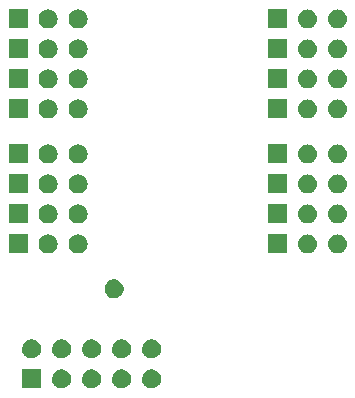
<source format=gbr>
G04 #@! TF.FileFunction,Soldermask,Bot*
%FSLAX46Y46*%
G04 Gerber Fmt 4.6, Leading zero omitted, Abs format (unit mm)*
G04 Created by KiCad (PCBNEW 4.0.2-stable) date Monday, September 10, 2018 'AMt' 09:19:22 AM*
%MOMM*%
G01*
G04 APERTURE LIST*
%ADD10C,0.025400*%
G04 APERTURE END LIST*
D10*
G36*
X135974153Y-123659333D02*
X136128068Y-123690927D01*
X136272914Y-123751815D01*
X136403175Y-123839677D01*
X136513892Y-123951170D01*
X136557366Y-124016604D01*
X136600841Y-124082039D01*
X136660716Y-124227307D01*
X136691235Y-124381438D01*
X136688729Y-124560903D01*
X136688709Y-124560991D01*
X136688709Y-124560993D01*
X136653919Y-124714120D01*
X136590011Y-124857660D01*
X136590010Y-124857661D01*
X136499439Y-124986054D01*
X136499437Y-124986056D01*
X136385655Y-125094409D01*
X136252994Y-125178599D01*
X136252990Y-125178600D01*
X136252991Y-125178600D01*
X136131628Y-125225674D01*
X136106498Y-125235421D01*
X135951765Y-125262705D01*
X135800993Y-125259546D01*
X135794676Y-125259414D01*
X135641218Y-125225674D01*
X135569227Y-125194222D01*
X135497237Y-125162770D01*
X135497235Y-125162769D01*
X135368214Y-125073097D01*
X135259066Y-124960072D01*
X135173951Y-124827999D01*
X135173950Y-124827998D01*
X135116110Y-124681909D01*
X135087746Y-124527370D01*
X135088860Y-124447651D01*
X135089940Y-124370259D01*
X135089941Y-124370254D01*
X135122606Y-124216571D01*
X135184505Y-124072152D01*
X135273274Y-123942508D01*
X135273275Y-123942506D01*
X135385536Y-123832573D01*
X135385537Y-123832572D01*
X135517013Y-123746537D01*
X135662691Y-123687679D01*
X135662690Y-123687679D01*
X135662693Y-123687678D01*
X135817034Y-123658236D01*
X135974153Y-123659333D01*
X135974153Y-123659333D01*
G37*
G36*
X138514153Y-123659333D02*
X138668068Y-123690927D01*
X138812914Y-123751815D01*
X138943175Y-123839677D01*
X139053892Y-123951170D01*
X139097366Y-124016604D01*
X139140841Y-124082039D01*
X139200716Y-124227307D01*
X139231235Y-124381438D01*
X139228729Y-124560903D01*
X139228709Y-124560991D01*
X139228709Y-124560993D01*
X139193919Y-124714120D01*
X139130011Y-124857660D01*
X139130010Y-124857661D01*
X139039439Y-124986054D01*
X139039437Y-124986056D01*
X138925655Y-125094409D01*
X138792994Y-125178599D01*
X138792990Y-125178600D01*
X138792991Y-125178600D01*
X138671628Y-125225674D01*
X138646498Y-125235421D01*
X138491765Y-125262705D01*
X138340993Y-125259546D01*
X138334676Y-125259414D01*
X138181218Y-125225674D01*
X138109227Y-125194222D01*
X138037237Y-125162770D01*
X138037235Y-125162769D01*
X137908214Y-125073097D01*
X137799066Y-124960072D01*
X137713951Y-124827999D01*
X137713950Y-124827998D01*
X137656110Y-124681909D01*
X137627746Y-124527370D01*
X137628860Y-124447651D01*
X137629940Y-124370259D01*
X137629941Y-124370254D01*
X137662606Y-124216571D01*
X137724505Y-124072152D01*
X137813274Y-123942508D01*
X137813275Y-123942506D01*
X137925536Y-123832573D01*
X137925537Y-123832572D01*
X138057013Y-123746537D01*
X138202691Y-123687679D01*
X138202690Y-123687679D01*
X138202693Y-123687678D01*
X138357034Y-123658236D01*
X138514153Y-123659333D01*
X138514153Y-123659333D01*
G37*
G36*
X141054153Y-123659333D02*
X141208068Y-123690927D01*
X141352914Y-123751815D01*
X141483175Y-123839677D01*
X141593892Y-123951170D01*
X141637366Y-124016604D01*
X141680841Y-124082039D01*
X141740716Y-124227307D01*
X141771235Y-124381438D01*
X141768729Y-124560903D01*
X141768709Y-124560991D01*
X141768709Y-124560993D01*
X141733919Y-124714120D01*
X141670011Y-124857660D01*
X141670010Y-124857661D01*
X141579439Y-124986054D01*
X141579437Y-124986056D01*
X141465655Y-125094409D01*
X141332994Y-125178599D01*
X141332990Y-125178600D01*
X141332991Y-125178600D01*
X141211628Y-125225674D01*
X141186498Y-125235421D01*
X141031765Y-125262705D01*
X140880993Y-125259546D01*
X140874676Y-125259414D01*
X140721218Y-125225674D01*
X140649227Y-125194222D01*
X140577237Y-125162770D01*
X140577235Y-125162769D01*
X140448214Y-125073097D01*
X140339066Y-124960072D01*
X140253951Y-124827999D01*
X140253950Y-124827998D01*
X140196110Y-124681909D01*
X140167746Y-124527370D01*
X140168860Y-124447651D01*
X140169940Y-124370259D01*
X140169941Y-124370254D01*
X140202606Y-124216571D01*
X140264505Y-124072152D01*
X140353274Y-123942508D01*
X140353275Y-123942506D01*
X140465536Y-123832573D01*
X140465537Y-123832572D01*
X140597013Y-123746537D01*
X140742691Y-123687679D01*
X140742690Y-123687679D01*
X140742693Y-123687678D01*
X140897034Y-123658236D01*
X141054153Y-123659333D01*
X141054153Y-123659333D01*
G37*
G36*
X143594153Y-123659333D02*
X143748068Y-123690927D01*
X143892914Y-123751815D01*
X144023175Y-123839677D01*
X144133892Y-123951170D01*
X144177366Y-124016604D01*
X144220841Y-124082039D01*
X144280716Y-124227307D01*
X144311235Y-124381438D01*
X144308729Y-124560903D01*
X144308709Y-124560991D01*
X144308709Y-124560993D01*
X144273919Y-124714120D01*
X144210011Y-124857660D01*
X144210010Y-124857661D01*
X144119439Y-124986054D01*
X144119437Y-124986056D01*
X144005655Y-125094409D01*
X143872994Y-125178599D01*
X143872990Y-125178600D01*
X143872991Y-125178600D01*
X143751628Y-125225674D01*
X143726498Y-125235421D01*
X143571765Y-125262705D01*
X143420993Y-125259546D01*
X143414676Y-125259414D01*
X143261218Y-125225674D01*
X143189227Y-125194222D01*
X143117237Y-125162770D01*
X143117235Y-125162769D01*
X142988214Y-125073097D01*
X142879066Y-124960072D01*
X142793951Y-124827999D01*
X142793950Y-124827998D01*
X142736110Y-124681909D01*
X142707746Y-124527370D01*
X142708860Y-124447651D01*
X142709940Y-124370259D01*
X142709941Y-124370254D01*
X142742606Y-124216571D01*
X142804505Y-124072152D01*
X142893274Y-123942508D01*
X142893275Y-123942506D01*
X143005536Y-123832573D01*
X143005537Y-123832572D01*
X143137013Y-123746537D01*
X143282691Y-123687679D01*
X143282690Y-123687679D01*
X143282693Y-123687678D01*
X143437034Y-123658236D01*
X143594153Y-123659333D01*
X143594153Y-123659333D01*
G37*
G36*
X134151200Y-125261200D02*
X132548800Y-125261200D01*
X132548800Y-123658800D01*
X134151200Y-123658800D01*
X134151200Y-125261200D01*
X134151200Y-125261200D01*
G37*
G36*
X133434153Y-121119333D02*
X133588068Y-121150927D01*
X133725656Y-121208764D01*
X133732914Y-121211815D01*
X133863175Y-121299677D01*
X133973892Y-121411170D01*
X134017366Y-121476604D01*
X134060841Y-121542039D01*
X134120716Y-121687307D01*
X134151235Y-121841438D01*
X134148729Y-122020903D01*
X134148709Y-122020991D01*
X134148709Y-122020993D01*
X134113919Y-122174120D01*
X134050011Y-122317660D01*
X134050010Y-122317661D01*
X133959439Y-122446054D01*
X133959437Y-122446056D01*
X133845655Y-122554409D01*
X133712994Y-122638599D01*
X133712990Y-122638600D01*
X133712991Y-122638600D01*
X133572738Y-122693001D01*
X133566498Y-122695421D01*
X133411765Y-122722705D01*
X133260993Y-122719546D01*
X133254676Y-122719414D01*
X133101218Y-122685674D01*
X133029227Y-122654222D01*
X132957237Y-122622770D01*
X132957235Y-122622769D01*
X132828214Y-122533097D01*
X132719066Y-122420072D01*
X132633951Y-122287999D01*
X132633950Y-122287998D01*
X132576110Y-122141909D01*
X132547746Y-121987370D01*
X132549781Y-121841683D01*
X132549940Y-121830259D01*
X132549941Y-121830254D01*
X132582606Y-121676571D01*
X132644505Y-121532152D01*
X132685381Y-121472454D01*
X132733275Y-121402506D01*
X132845536Y-121292573D01*
X132845537Y-121292572D01*
X132968947Y-121211815D01*
X132977011Y-121206538D01*
X133122693Y-121147678D01*
X133277034Y-121118236D01*
X133434153Y-121119333D01*
X133434153Y-121119333D01*
G37*
G36*
X135974153Y-121119333D02*
X136128068Y-121150927D01*
X136265656Y-121208764D01*
X136272914Y-121211815D01*
X136403175Y-121299677D01*
X136513892Y-121411170D01*
X136557366Y-121476604D01*
X136600841Y-121542039D01*
X136660716Y-121687307D01*
X136691235Y-121841438D01*
X136688729Y-122020903D01*
X136688709Y-122020991D01*
X136688709Y-122020993D01*
X136653919Y-122174120D01*
X136590011Y-122317660D01*
X136590010Y-122317661D01*
X136499439Y-122446054D01*
X136499437Y-122446056D01*
X136385655Y-122554409D01*
X136252994Y-122638599D01*
X136252990Y-122638600D01*
X136252991Y-122638600D01*
X136112738Y-122693001D01*
X136106498Y-122695421D01*
X135951765Y-122722705D01*
X135800993Y-122719546D01*
X135794676Y-122719414D01*
X135641218Y-122685674D01*
X135569227Y-122654222D01*
X135497237Y-122622770D01*
X135497235Y-122622769D01*
X135368214Y-122533097D01*
X135259066Y-122420072D01*
X135173951Y-122287999D01*
X135173950Y-122287998D01*
X135116110Y-122141909D01*
X135087746Y-121987370D01*
X135089781Y-121841683D01*
X135089940Y-121830259D01*
X135089941Y-121830254D01*
X135122606Y-121676571D01*
X135184505Y-121532152D01*
X135225381Y-121472454D01*
X135273275Y-121402506D01*
X135385536Y-121292573D01*
X135385537Y-121292572D01*
X135508947Y-121211815D01*
X135517011Y-121206538D01*
X135662693Y-121147678D01*
X135817034Y-121118236D01*
X135974153Y-121119333D01*
X135974153Y-121119333D01*
G37*
G36*
X141054153Y-121119333D02*
X141208068Y-121150927D01*
X141345656Y-121208764D01*
X141352914Y-121211815D01*
X141483175Y-121299677D01*
X141593892Y-121411170D01*
X141637366Y-121476604D01*
X141680841Y-121542039D01*
X141740716Y-121687307D01*
X141771235Y-121841438D01*
X141768729Y-122020903D01*
X141768709Y-122020991D01*
X141768709Y-122020993D01*
X141733919Y-122174120D01*
X141670011Y-122317660D01*
X141670010Y-122317661D01*
X141579439Y-122446054D01*
X141579437Y-122446056D01*
X141465655Y-122554409D01*
X141332994Y-122638599D01*
X141332990Y-122638600D01*
X141332991Y-122638600D01*
X141192738Y-122693001D01*
X141186498Y-122695421D01*
X141031765Y-122722705D01*
X140880993Y-122719546D01*
X140874676Y-122719414D01*
X140721218Y-122685674D01*
X140649227Y-122654222D01*
X140577237Y-122622770D01*
X140577235Y-122622769D01*
X140448214Y-122533097D01*
X140339066Y-122420072D01*
X140253951Y-122287999D01*
X140253950Y-122287998D01*
X140196110Y-122141909D01*
X140167746Y-121987370D01*
X140169781Y-121841683D01*
X140169940Y-121830259D01*
X140169941Y-121830254D01*
X140202606Y-121676571D01*
X140264505Y-121532152D01*
X140305381Y-121472454D01*
X140353275Y-121402506D01*
X140465536Y-121292573D01*
X140465537Y-121292572D01*
X140588947Y-121211815D01*
X140597011Y-121206538D01*
X140742693Y-121147678D01*
X140897034Y-121118236D01*
X141054153Y-121119333D01*
X141054153Y-121119333D01*
G37*
G36*
X143594153Y-121119333D02*
X143748068Y-121150927D01*
X143885656Y-121208764D01*
X143892914Y-121211815D01*
X144023175Y-121299677D01*
X144133892Y-121411170D01*
X144177366Y-121476604D01*
X144220841Y-121542039D01*
X144280716Y-121687307D01*
X144311235Y-121841438D01*
X144308729Y-122020903D01*
X144308709Y-122020991D01*
X144308709Y-122020993D01*
X144273919Y-122174120D01*
X144210011Y-122317660D01*
X144210010Y-122317661D01*
X144119439Y-122446054D01*
X144119437Y-122446056D01*
X144005655Y-122554409D01*
X143872994Y-122638599D01*
X143872990Y-122638600D01*
X143872991Y-122638600D01*
X143732738Y-122693001D01*
X143726498Y-122695421D01*
X143571765Y-122722705D01*
X143420993Y-122719546D01*
X143414676Y-122719414D01*
X143261218Y-122685674D01*
X143189227Y-122654222D01*
X143117237Y-122622770D01*
X143117235Y-122622769D01*
X142988214Y-122533097D01*
X142879066Y-122420072D01*
X142793951Y-122287999D01*
X142793950Y-122287998D01*
X142736110Y-122141909D01*
X142707746Y-121987370D01*
X142709781Y-121841683D01*
X142709940Y-121830259D01*
X142709941Y-121830254D01*
X142742606Y-121676571D01*
X142804505Y-121532152D01*
X142845381Y-121472454D01*
X142893275Y-121402506D01*
X143005536Y-121292573D01*
X143005537Y-121292572D01*
X143128947Y-121211815D01*
X143137011Y-121206538D01*
X143282693Y-121147678D01*
X143437034Y-121118236D01*
X143594153Y-121119333D01*
X143594153Y-121119333D01*
G37*
G36*
X138436122Y-121121289D02*
X138513890Y-121121831D01*
X138590608Y-121137580D01*
X138667325Y-121153327D01*
X138811719Y-121214025D01*
X138941574Y-121301613D01*
X139051943Y-121412755D01*
X139138623Y-121543219D01*
X139198311Y-121688033D01*
X139228735Y-121841683D01*
X139226237Y-122020588D01*
X139226217Y-122020676D01*
X139226217Y-122020678D01*
X139226145Y-122020993D01*
X139191535Y-122173329D01*
X139161527Y-122240728D01*
X139127827Y-122316420D01*
X139071011Y-122396962D01*
X139037538Y-122444413D01*
X139037536Y-122444415D01*
X138924109Y-122552430D01*
X138862641Y-122591438D01*
X138791859Y-122636358D01*
X138645826Y-122693001D01*
X138491572Y-122720200D01*
X138491571Y-122720200D01*
X138334975Y-122716920D01*
X138237193Y-122695421D01*
X138181994Y-122683285D01*
X138038461Y-122620577D01*
X137909842Y-122531184D01*
X137909841Y-122531183D01*
X137801034Y-122418511D01*
X137716185Y-122286850D01*
X137658524Y-122141216D01*
X137630249Y-121987160D01*
X137632437Y-121830535D01*
X137665002Y-121677330D01*
X137726706Y-121533362D01*
X137815198Y-121404123D01*
X137927111Y-121294529D01*
X138058175Y-121208764D01*
X138203403Y-121150088D01*
X138357261Y-121120738D01*
X138436122Y-121121289D01*
X138436122Y-121121289D01*
G37*
G36*
X140419153Y-116039333D02*
X140573068Y-116070927D01*
X140717914Y-116131815D01*
X140848175Y-116219677D01*
X140958892Y-116331170D01*
X141002366Y-116396604D01*
X141045841Y-116462039D01*
X141105716Y-116607307D01*
X141136235Y-116761438D01*
X141133729Y-116940903D01*
X141133709Y-116940991D01*
X141133709Y-116940993D01*
X141098919Y-117094120D01*
X141035011Y-117237660D01*
X141035010Y-117237661D01*
X140944439Y-117366054D01*
X140944437Y-117366056D01*
X140830655Y-117474409D01*
X140697994Y-117558599D01*
X140697990Y-117558600D01*
X140697991Y-117558600D01*
X140576628Y-117605674D01*
X140551498Y-117615421D01*
X140396765Y-117642705D01*
X140245993Y-117639546D01*
X140239676Y-117639414D01*
X140086218Y-117605674D01*
X140014226Y-117574221D01*
X139942237Y-117542770D01*
X139942235Y-117542769D01*
X139813214Y-117453097D01*
X139704066Y-117340072D01*
X139618951Y-117207999D01*
X139618950Y-117207998D01*
X139561110Y-117061909D01*
X139532746Y-116907370D01*
X139533860Y-116827651D01*
X139534940Y-116750259D01*
X139534941Y-116750254D01*
X139567606Y-116596571D01*
X139629505Y-116452152D01*
X139718274Y-116322508D01*
X139718275Y-116322506D01*
X139830536Y-116212573D01*
X139830537Y-116212572D01*
X139962013Y-116126537D01*
X140107691Y-116067679D01*
X140107690Y-116067679D01*
X140107693Y-116067678D01*
X140262034Y-116038236D01*
X140419153Y-116039333D01*
X140419153Y-116039333D01*
G37*
G36*
X159325917Y-112231493D02*
X159419104Y-112241287D01*
X159568477Y-112287526D01*
X159706025Y-112361898D01*
X159826508Y-112461570D01*
X159925336Y-112582746D01*
X159998746Y-112720809D01*
X160043941Y-112870502D01*
X160059200Y-113026123D01*
X160059200Y-113033877D01*
X160059122Y-113045063D01*
X160041692Y-113200456D01*
X159994411Y-113349503D01*
X159919081Y-113486529D01*
X159818570Y-113606313D01*
X159696708Y-113704293D01*
X159558135Y-113776737D01*
X159408130Y-113820886D01*
X159408122Y-113820887D01*
X159408121Y-113820887D01*
X159346043Y-113826536D01*
X159252407Y-113835057D01*
X159252404Y-113835057D01*
X159190083Y-113828507D01*
X159096896Y-113818713D01*
X158947523Y-113772474D01*
X158809975Y-113698102D01*
X158689492Y-113598430D01*
X158590664Y-113477254D01*
X158517254Y-113339191D01*
X158472059Y-113189498D01*
X158456800Y-113033877D01*
X158456800Y-113026123D01*
X158456878Y-113014937D01*
X158474308Y-112859544D01*
X158521589Y-112710497D01*
X158596919Y-112573471D01*
X158697430Y-112453687D01*
X158819292Y-112355707D01*
X158957865Y-112283263D01*
X159107870Y-112239114D01*
X159107878Y-112239113D01*
X159107879Y-112239113D01*
X159169957Y-112233464D01*
X159263594Y-112224943D01*
X159263596Y-112224943D01*
X159325917Y-112231493D01*
X159325917Y-112231493D01*
G37*
G36*
X156785917Y-112231493D02*
X156879104Y-112241287D01*
X157028477Y-112287526D01*
X157166025Y-112361898D01*
X157286508Y-112461570D01*
X157385336Y-112582746D01*
X157458746Y-112720809D01*
X157503941Y-112870502D01*
X157519200Y-113026123D01*
X157519200Y-113033877D01*
X157519122Y-113045063D01*
X157501692Y-113200456D01*
X157454411Y-113349503D01*
X157379081Y-113486529D01*
X157278570Y-113606313D01*
X157156708Y-113704293D01*
X157018135Y-113776737D01*
X156868130Y-113820886D01*
X156868122Y-113820887D01*
X156868121Y-113820887D01*
X156806043Y-113826536D01*
X156712407Y-113835057D01*
X156712404Y-113835057D01*
X156650083Y-113828507D01*
X156556896Y-113818713D01*
X156407523Y-113772474D01*
X156269975Y-113698102D01*
X156149492Y-113598430D01*
X156050664Y-113477254D01*
X155977254Y-113339191D01*
X155932059Y-113189498D01*
X155916800Y-113033877D01*
X155916800Y-113026123D01*
X155916878Y-113014937D01*
X155934308Y-112859544D01*
X155981589Y-112710497D01*
X156056919Y-112573471D01*
X156157430Y-112453687D01*
X156279292Y-112355707D01*
X156417865Y-112283263D01*
X156567870Y-112239114D01*
X156567878Y-112239113D01*
X156567879Y-112239113D01*
X156629957Y-112233464D01*
X156723594Y-112224943D01*
X156723596Y-112224943D01*
X156785917Y-112231493D01*
X156785917Y-112231493D01*
G37*
G36*
X137354917Y-112231493D02*
X137448104Y-112241287D01*
X137597477Y-112287526D01*
X137735025Y-112361898D01*
X137855508Y-112461570D01*
X137954336Y-112582746D01*
X138027746Y-112720809D01*
X138072941Y-112870502D01*
X138088200Y-113026123D01*
X138088200Y-113033877D01*
X138088122Y-113045063D01*
X138070692Y-113200456D01*
X138023411Y-113349503D01*
X137948081Y-113486529D01*
X137847570Y-113606313D01*
X137725708Y-113704293D01*
X137587135Y-113776737D01*
X137437130Y-113820886D01*
X137437122Y-113820887D01*
X137437121Y-113820887D01*
X137375043Y-113826536D01*
X137281407Y-113835057D01*
X137281404Y-113835057D01*
X137219083Y-113828507D01*
X137125896Y-113818713D01*
X136976523Y-113772474D01*
X136838975Y-113698102D01*
X136718492Y-113598430D01*
X136619664Y-113477254D01*
X136546254Y-113339191D01*
X136501059Y-113189498D01*
X136485800Y-113033877D01*
X136485800Y-113026123D01*
X136485878Y-113014937D01*
X136503308Y-112859544D01*
X136550589Y-112710497D01*
X136625919Y-112573471D01*
X136726430Y-112453687D01*
X136848292Y-112355707D01*
X136986865Y-112283263D01*
X137136870Y-112239114D01*
X137136878Y-112239113D01*
X137136879Y-112239113D01*
X137198957Y-112233464D01*
X137292594Y-112224943D01*
X137292596Y-112224943D01*
X137354917Y-112231493D01*
X137354917Y-112231493D01*
G37*
G36*
X134814917Y-112231493D02*
X134908104Y-112241287D01*
X135057477Y-112287526D01*
X135195025Y-112361898D01*
X135315508Y-112461570D01*
X135414336Y-112582746D01*
X135487746Y-112720809D01*
X135532941Y-112870502D01*
X135548200Y-113026123D01*
X135548200Y-113033877D01*
X135548122Y-113045063D01*
X135530692Y-113200456D01*
X135483411Y-113349503D01*
X135408081Y-113486529D01*
X135307570Y-113606313D01*
X135185708Y-113704293D01*
X135047135Y-113776737D01*
X134897130Y-113820886D01*
X134897122Y-113820887D01*
X134897121Y-113820887D01*
X134835043Y-113826536D01*
X134741407Y-113835057D01*
X134741404Y-113835057D01*
X134679083Y-113828507D01*
X134585896Y-113818713D01*
X134436523Y-113772474D01*
X134298975Y-113698102D01*
X134178492Y-113598430D01*
X134079664Y-113477254D01*
X134006254Y-113339191D01*
X133961059Y-113189498D01*
X133945800Y-113033877D01*
X133945800Y-113026123D01*
X133945878Y-113014937D01*
X133963308Y-112859544D01*
X134010589Y-112710497D01*
X134085919Y-112573471D01*
X134186430Y-112453687D01*
X134308292Y-112355707D01*
X134446865Y-112283263D01*
X134596870Y-112239114D01*
X134596878Y-112239113D01*
X134596879Y-112239113D01*
X134658957Y-112233464D01*
X134752594Y-112224943D01*
X134752596Y-112224943D01*
X134814917Y-112231493D01*
X134814917Y-112231493D01*
G37*
G36*
X154979200Y-113831200D02*
X153376800Y-113831200D01*
X153376800Y-112228800D01*
X154979200Y-112228800D01*
X154979200Y-113831200D01*
X154979200Y-113831200D01*
G37*
G36*
X133008200Y-113831200D02*
X131405800Y-113831200D01*
X131405800Y-112228800D01*
X133008200Y-112228800D01*
X133008200Y-113831200D01*
X133008200Y-113831200D01*
G37*
G36*
X137354917Y-109691493D02*
X137448104Y-109701287D01*
X137597477Y-109747526D01*
X137735025Y-109821898D01*
X137855508Y-109921570D01*
X137954336Y-110042746D01*
X138027746Y-110180809D01*
X138072941Y-110330502D01*
X138088200Y-110486123D01*
X138088200Y-110493877D01*
X138088122Y-110505063D01*
X138070692Y-110660456D01*
X138023411Y-110809503D01*
X137948081Y-110946529D01*
X137847570Y-111066313D01*
X137725708Y-111164293D01*
X137587135Y-111236737D01*
X137437130Y-111280886D01*
X137437122Y-111280887D01*
X137437121Y-111280887D01*
X137375043Y-111286536D01*
X137281407Y-111295057D01*
X137281404Y-111295057D01*
X137219083Y-111288507D01*
X137125896Y-111278713D01*
X136976523Y-111232474D01*
X136838975Y-111158102D01*
X136718492Y-111058430D01*
X136619664Y-110937254D01*
X136546254Y-110799191D01*
X136501059Y-110649498D01*
X136485800Y-110493877D01*
X136485800Y-110486123D01*
X136485878Y-110474937D01*
X136503308Y-110319544D01*
X136550589Y-110170497D01*
X136625919Y-110033471D01*
X136726430Y-109913687D01*
X136848292Y-109815707D01*
X136986865Y-109743263D01*
X137136870Y-109699114D01*
X137136878Y-109699113D01*
X137136879Y-109699113D01*
X137198957Y-109693464D01*
X137292594Y-109684943D01*
X137292596Y-109684943D01*
X137354917Y-109691493D01*
X137354917Y-109691493D01*
G37*
G36*
X134814917Y-109691493D02*
X134908104Y-109701287D01*
X135057477Y-109747526D01*
X135195025Y-109821898D01*
X135315508Y-109921570D01*
X135414336Y-110042746D01*
X135487746Y-110180809D01*
X135532941Y-110330502D01*
X135548200Y-110486123D01*
X135548200Y-110493877D01*
X135548122Y-110505063D01*
X135530692Y-110660456D01*
X135483411Y-110809503D01*
X135408081Y-110946529D01*
X135307570Y-111066313D01*
X135185708Y-111164293D01*
X135047135Y-111236737D01*
X134897130Y-111280886D01*
X134897122Y-111280887D01*
X134897121Y-111280887D01*
X134835043Y-111286536D01*
X134741407Y-111295057D01*
X134741404Y-111295057D01*
X134679083Y-111288507D01*
X134585896Y-111278713D01*
X134436523Y-111232474D01*
X134298975Y-111158102D01*
X134178492Y-111058430D01*
X134079664Y-110937254D01*
X134006254Y-110799191D01*
X133961059Y-110649498D01*
X133945800Y-110493877D01*
X133945800Y-110486123D01*
X133945878Y-110474937D01*
X133963308Y-110319544D01*
X134010589Y-110170497D01*
X134085919Y-110033471D01*
X134186430Y-109913687D01*
X134308292Y-109815707D01*
X134446865Y-109743263D01*
X134596870Y-109699114D01*
X134596878Y-109699113D01*
X134596879Y-109699113D01*
X134658957Y-109693464D01*
X134752594Y-109684943D01*
X134752596Y-109684943D01*
X134814917Y-109691493D01*
X134814917Y-109691493D01*
G37*
G36*
X159325917Y-109691493D02*
X159419104Y-109701287D01*
X159568477Y-109747526D01*
X159706025Y-109821898D01*
X159826508Y-109921570D01*
X159925336Y-110042746D01*
X159998746Y-110180809D01*
X160043941Y-110330502D01*
X160059200Y-110486123D01*
X160059200Y-110493877D01*
X160059122Y-110505063D01*
X160041692Y-110660456D01*
X159994411Y-110809503D01*
X159919081Y-110946529D01*
X159818570Y-111066313D01*
X159696708Y-111164293D01*
X159558135Y-111236737D01*
X159408130Y-111280886D01*
X159408122Y-111280887D01*
X159408121Y-111280887D01*
X159346043Y-111286536D01*
X159252407Y-111295057D01*
X159252404Y-111295057D01*
X159190083Y-111288507D01*
X159096896Y-111278713D01*
X158947523Y-111232474D01*
X158809975Y-111158102D01*
X158689492Y-111058430D01*
X158590664Y-110937254D01*
X158517254Y-110799191D01*
X158472059Y-110649498D01*
X158456800Y-110493877D01*
X158456800Y-110486123D01*
X158456878Y-110474937D01*
X158474308Y-110319544D01*
X158521589Y-110170497D01*
X158596919Y-110033471D01*
X158697430Y-109913687D01*
X158819292Y-109815707D01*
X158957865Y-109743263D01*
X159107870Y-109699114D01*
X159107878Y-109699113D01*
X159107879Y-109699113D01*
X159169957Y-109693464D01*
X159263594Y-109684943D01*
X159263596Y-109684943D01*
X159325917Y-109691493D01*
X159325917Y-109691493D01*
G37*
G36*
X156785917Y-109691493D02*
X156879104Y-109701287D01*
X157028477Y-109747526D01*
X157166025Y-109821898D01*
X157286508Y-109921570D01*
X157385336Y-110042746D01*
X157458746Y-110180809D01*
X157503941Y-110330502D01*
X157519200Y-110486123D01*
X157519200Y-110493877D01*
X157519122Y-110505063D01*
X157501692Y-110660456D01*
X157454411Y-110809503D01*
X157379081Y-110946529D01*
X157278570Y-111066313D01*
X157156708Y-111164293D01*
X157018135Y-111236737D01*
X156868130Y-111280886D01*
X156868122Y-111280887D01*
X156868121Y-111280887D01*
X156806043Y-111286536D01*
X156712407Y-111295057D01*
X156712404Y-111295057D01*
X156650083Y-111288507D01*
X156556896Y-111278713D01*
X156407523Y-111232474D01*
X156269975Y-111158102D01*
X156149492Y-111058430D01*
X156050664Y-110937254D01*
X155977254Y-110799191D01*
X155932059Y-110649498D01*
X155916800Y-110493877D01*
X155916800Y-110486123D01*
X155916878Y-110474937D01*
X155934308Y-110319544D01*
X155981589Y-110170497D01*
X156056919Y-110033471D01*
X156157430Y-109913687D01*
X156279292Y-109815707D01*
X156417865Y-109743263D01*
X156567870Y-109699114D01*
X156567878Y-109699113D01*
X156567879Y-109699113D01*
X156629957Y-109693464D01*
X156723594Y-109684943D01*
X156723596Y-109684943D01*
X156785917Y-109691493D01*
X156785917Y-109691493D01*
G37*
G36*
X154979200Y-111291200D02*
X153376800Y-111291200D01*
X153376800Y-109688800D01*
X154979200Y-109688800D01*
X154979200Y-111291200D01*
X154979200Y-111291200D01*
G37*
G36*
X133008200Y-111291200D02*
X131405800Y-111291200D01*
X131405800Y-109688800D01*
X133008200Y-109688800D01*
X133008200Y-111291200D01*
X133008200Y-111291200D01*
G37*
G36*
X159325917Y-107151493D02*
X159419104Y-107161287D01*
X159568477Y-107207526D01*
X159706025Y-107281898D01*
X159826508Y-107381570D01*
X159925336Y-107502746D01*
X159998746Y-107640809D01*
X160043941Y-107790502D01*
X160059200Y-107946123D01*
X160059200Y-107953877D01*
X160059122Y-107965063D01*
X160041692Y-108120456D01*
X159994411Y-108269503D01*
X159919081Y-108406529D01*
X159818570Y-108526313D01*
X159696708Y-108624293D01*
X159558135Y-108696737D01*
X159408130Y-108740886D01*
X159408122Y-108740887D01*
X159408121Y-108740887D01*
X159346043Y-108746536D01*
X159252407Y-108755057D01*
X159252404Y-108755057D01*
X159190083Y-108748507D01*
X159096896Y-108738713D01*
X158947523Y-108692474D01*
X158809975Y-108618102D01*
X158689492Y-108518430D01*
X158590664Y-108397254D01*
X158517254Y-108259191D01*
X158472059Y-108109498D01*
X158456800Y-107953877D01*
X158456800Y-107946123D01*
X158456878Y-107934937D01*
X158474308Y-107779544D01*
X158521589Y-107630497D01*
X158596919Y-107493471D01*
X158697430Y-107373687D01*
X158819292Y-107275707D01*
X158957865Y-107203263D01*
X159107870Y-107159114D01*
X159107878Y-107159113D01*
X159107879Y-107159113D01*
X159169957Y-107153464D01*
X159263594Y-107144943D01*
X159263596Y-107144943D01*
X159325917Y-107151493D01*
X159325917Y-107151493D01*
G37*
G36*
X156785917Y-107151493D02*
X156879104Y-107161287D01*
X157028477Y-107207526D01*
X157166025Y-107281898D01*
X157286508Y-107381570D01*
X157385336Y-107502746D01*
X157458746Y-107640809D01*
X157503941Y-107790502D01*
X157519200Y-107946123D01*
X157519200Y-107953877D01*
X157519122Y-107965063D01*
X157501692Y-108120456D01*
X157454411Y-108269503D01*
X157379081Y-108406529D01*
X157278570Y-108526313D01*
X157156708Y-108624293D01*
X157018135Y-108696737D01*
X156868130Y-108740886D01*
X156868122Y-108740887D01*
X156868121Y-108740887D01*
X156806043Y-108746536D01*
X156712407Y-108755057D01*
X156712404Y-108755057D01*
X156650083Y-108748507D01*
X156556896Y-108738713D01*
X156407523Y-108692474D01*
X156269975Y-108618102D01*
X156149492Y-108518430D01*
X156050664Y-108397254D01*
X155977254Y-108259191D01*
X155932059Y-108109498D01*
X155916800Y-107953877D01*
X155916800Y-107946123D01*
X155916878Y-107934937D01*
X155934308Y-107779544D01*
X155981589Y-107630497D01*
X156056919Y-107493471D01*
X156157430Y-107373687D01*
X156279292Y-107275707D01*
X156417865Y-107203263D01*
X156567870Y-107159114D01*
X156567878Y-107159113D01*
X156567879Y-107159113D01*
X156629957Y-107153464D01*
X156723594Y-107144943D01*
X156723596Y-107144943D01*
X156785917Y-107151493D01*
X156785917Y-107151493D01*
G37*
G36*
X134814917Y-107151493D02*
X134908104Y-107161287D01*
X135057477Y-107207526D01*
X135195025Y-107281898D01*
X135315508Y-107381570D01*
X135414336Y-107502746D01*
X135487746Y-107640809D01*
X135532941Y-107790502D01*
X135548200Y-107946123D01*
X135548200Y-107953877D01*
X135548122Y-107965063D01*
X135530692Y-108120456D01*
X135483411Y-108269503D01*
X135408081Y-108406529D01*
X135307570Y-108526313D01*
X135185708Y-108624293D01*
X135047135Y-108696737D01*
X134897130Y-108740886D01*
X134897122Y-108740887D01*
X134897121Y-108740887D01*
X134835043Y-108746536D01*
X134741407Y-108755057D01*
X134741404Y-108755057D01*
X134679083Y-108748507D01*
X134585896Y-108738713D01*
X134436523Y-108692474D01*
X134298975Y-108618102D01*
X134178492Y-108518430D01*
X134079664Y-108397254D01*
X134006254Y-108259191D01*
X133961059Y-108109498D01*
X133945800Y-107953877D01*
X133945800Y-107946123D01*
X133945878Y-107934937D01*
X133963308Y-107779544D01*
X134010589Y-107630497D01*
X134085919Y-107493471D01*
X134186430Y-107373687D01*
X134308292Y-107275707D01*
X134446865Y-107203263D01*
X134596870Y-107159114D01*
X134596878Y-107159113D01*
X134596879Y-107159113D01*
X134658957Y-107153464D01*
X134752594Y-107144943D01*
X134752596Y-107144943D01*
X134814917Y-107151493D01*
X134814917Y-107151493D01*
G37*
G36*
X137354917Y-107151493D02*
X137448104Y-107161287D01*
X137597477Y-107207526D01*
X137735025Y-107281898D01*
X137855508Y-107381570D01*
X137954336Y-107502746D01*
X138027746Y-107640809D01*
X138072941Y-107790502D01*
X138088200Y-107946123D01*
X138088200Y-107953877D01*
X138088122Y-107965063D01*
X138070692Y-108120456D01*
X138023411Y-108269503D01*
X137948081Y-108406529D01*
X137847570Y-108526313D01*
X137725708Y-108624293D01*
X137587135Y-108696737D01*
X137437130Y-108740886D01*
X137437122Y-108740887D01*
X137437121Y-108740887D01*
X137375043Y-108746536D01*
X137281407Y-108755057D01*
X137281404Y-108755057D01*
X137219083Y-108748507D01*
X137125896Y-108738713D01*
X136976523Y-108692474D01*
X136838975Y-108618102D01*
X136718492Y-108518430D01*
X136619664Y-108397254D01*
X136546254Y-108259191D01*
X136501059Y-108109498D01*
X136485800Y-107953877D01*
X136485800Y-107946123D01*
X136485878Y-107934937D01*
X136503308Y-107779544D01*
X136550589Y-107630497D01*
X136625919Y-107493471D01*
X136726430Y-107373687D01*
X136848292Y-107275707D01*
X136986865Y-107203263D01*
X137136870Y-107159114D01*
X137136878Y-107159113D01*
X137136879Y-107159113D01*
X137198957Y-107153464D01*
X137292594Y-107144943D01*
X137292596Y-107144943D01*
X137354917Y-107151493D01*
X137354917Y-107151493D01*
G37*
G36*
X154979200Y-108751200D02*
X153376800Y-108751200D01*
X153376800Y-107148800D01*
X154979200Y-107148800D01*
X154979200Y-108751200D01*
X154979200Y-108751200D01*
G37*
G36*
X133008200Y-108751200D02*
X131405800Y-108751200D01*
X131405800Y-107148800D01*
X133008200Y-107148800D01*
X133008200Y-108751200D01*
X133008200Y-108751200D01*
G37*
G36*
X156785917Y-104611493D02*
X156879104Y-104621287D01*
X157028477Y-104667526D01*
X157166025Y-104741898D01*
X157286508Y-104841570D01*
X157385336Y-104962746D01*
X157458746Y-105100809D01*
X157503941Y-105250502D01*
X157519200Y-105406123D01*
X157519200Y-105413877D01*
X157519122Y-105425063D01*
X157501692Y-105580456D01*
X157454411Y-105729503D01*
X157379081Y-105866529D01*
X157278570Y-105986313D01*
X157156708Y-106084293D01*
X157018135Y-106156737D01*
X156868130Y-106200886D01*
X156868122Y-106200887D01*
X156868121Y-106200887D01*
X156806043Y-106206536D01*
X156712407Y-106215057D01*
X156712404Y-106215057D01*
X156650083Y-106208507D01*
X156556896Y-106198713D01*
X156407523Y-106152474D01*
X156269975Y-106078102D01*
X156149492Y-105978430D01*
X156050664Y-105857254D01*
X155977254Y-105719191D01*
X155932059Y-105569498D01*
X155916800Y-105413877D01*
X155916800Y-105406123D01*
X155916878Y-105394937D01*
X155934308Y-105239544D01*
X155981589Y-105090497D01*
X156056919Y-104953471D01*
X156157430Y-104833687D01*
X156279292Y-104735707D01*
X156417865Y-104663263D01*
X156567870Y-104619114D01*
X156567878Y-104619113D01*
X156567879Y-104619113D01*
X156629957Y-104613464D01*
X156723594Y-104604943D01*
X156723596Y-104604943D01*
X156785917Y-104611493D01*
X156785917Y-104611493D01*
G37*
G36*
X137354917Y-104611493D02*
X137448104Y-104621287D01*
X137597477Y-104667526D01*
X137735025Y-104741898D01*
X137855508Y-104841570D01*
X137954336Y-104962746D01*
X138027746Y-105100809D01*
X138072941Y-105250502D01*
X138088200Y-105406123D01*
X138088200Y-105413877D01*
X138088122Y-105425063D01*
X138070692Y-105580456D01*
X138023411Y-105729503D01*
X137948081Y-105866529D01*
X137847570Y-105986313D01*
X137725708Y-106084293D01*
X137587135Y-106156737D01*
X137437130Y-106200886D01*
X137437122Y-106200887D01*
X137437121Y-106200887D01*
X137375043Y-106206536D01*
X137281407Y-106215057D01*
X137281404Y-106215057D01*
X137219083Y-106208507D01*
X137125896Y-106198713D01*
X136976523Y-106152474D01*
X136838975Y-106078102D01*
X136718492Y-105978430D01*
X136619664Y-105857254D01*
X136546254Y-105719191D01*
X136501059Y-105569498D01*
X136485800Y-105413877D01*
X136485800Y-105406123D01*
X136485878Y-105394937D01*
X136503308Y-105239544D01*
X136550589Y-105090497D01*
X136625919Y-104953471D01*
X136726430Y-104833687D01*
X136848292Y-104735707D01*
X136986865Y-104663263D01*
X137136870Y-104619114D01*
X137136878Y-104619113D01*
X137136879Y-104619113D01*
X137198957Y-104613464D01*
X137292594Y-104604943D01*
X137292596Y-104604943D01*
X137354917Y-104611493D01*
X137354917Y-104611493D01*
G37*
G36*
X134814917Y-104611493D02*
X134908104Y-104621287D01*
X135057477Y-104667526D01*
X135195025Y-104741898D01*
X135315508Y-104841570D01*
X135414336Y-104962746D01*
X135487746Y-105100809D01*
X135532941Y-105250502D01*
X135548200Y-105406123D01*
X135548200Y-105413877D01*
X135548122Y-105425063D01*
X135530692Y-105580456D01*
X135483411Y-105729503D01*
X135408081Y-105866529D01*
X135307570Y-105986313D01*
X135185708Y-106084293D01*
X135047135Y-106156737D01*
X134897130Y-106200886D01*
X134897122Y-106200887D01*
X134897121Y-106200887D01*
X134835043Y-106206536D01*
X134741407Y-106215057D01*
X134741404Y-106215057D01*
X134679083Y-106208507D01*
X134585896Y-106198713D01*
X134436523Y-106152474D01*
X134298975Y-106078102D01*
X134178492Y-105978430D01*
X134079664Y-105857254D01*
X134006254Y-105719191D01*
X133961059Y-105569498D01*
X133945800Y-105413877D01*
X133945800Y-105406123D01*
X133945878Y-105394937D01*
X133963308Y-105239544D01*
X134010589Y-105090497D01*
X134085919Y-104953471D01*
X134186430Y-104833687D01*
X134308292Y-104735707D01*
X134446865Y-104663263D01*
X134596870Y-104619114D01*
X134596878Y-104619113D01*
X134596879Y-104619113D01*
X134658957Y-104613464D01*
X134752594Y-104604943D01*
X134752596Y-104604943D01*
X134814917Y-104611493D01*
X134814917Y-104611493D01*
G37*
G36*
X159325917Y-104611493D02*
X159419104Y-104621287D01*
X159568477Y-104667526D01*
X159706025Y-104741898D01*
X159826508Y-104841570D01*
X159925336Y-104962746D01*
X159998746Y-105100809D01*
X160043941Y-105250502D01*
X160059200Y-105406123D01*
X160059200Y-105413877D01*
X160059122Y-105425063D01*
X160041692Y-105580456D01*
X159994411Y-105729503D01*
X159919081Y-105866529D01*
X159818570Y-105986313D01*
X159696708Y-106084293D01*
X159558135Y-106156737D01*
X159408130Y-106200886D01*
X159408122Y-106200887D01*
X159408121Y-106200887D01*
X159346043Y-106206536D01*
X159252407Y-106215057D01*
X159252404Y-106215057D01*
X159190083Y-106208507D01*
X159096896Y-106198713D01*
X158947523Y-106152474D01*
X158809975Y-106078102D01*
X158689492Y-105978430D01*
X158590664Y-105857254D01*
X158517254Y-105719191D01*
X158472059Y-105569498D01*
X158456800Y-105413877D01*
X158456800Y-105406123D01*
X158456878Y-105394937D01*
X158474308Y-105239544D01*
X158521589Y-105090497D01*
X158596919Y-104953471D01*
X158697430Y-104833687D01*
X158819292Y-104735707D01*
X158957865Y-104663263D01*
X159107870Y-104619114D01*
X159107878Y-104619113D01*
X159107879Y-104619113D01*
X159169957Y-104613464D01*
X159263594Y-104604943D01*
X159263596Y-104604943D01*
X159325917Y-104611493D01*
X159325917Y-104611493D01*
G37*
G36*
X154979200Y-106211200D02*
X153376800Y-106211200D01*
X153376800Y-104608800D01*
X154979200Y-104608800D01*
X154979200Y-106211200D01*
X154979200Y-106211200D01*
G37*
G36*
X133008200Y-106211200D02*
X131405800Y-106211200D01*
X131405800Y-104608800D01*
X133008200Y-104608800D01*
X133008200Y-106211200D01*
X133008200Y-106211200D01*
G37*
G36*
X134814917Y-100801493D02*
X134908104Y-100811287D01*
X135057477Y-100857526D01*
X135195025Y-100931898D01*
X135315508Y-101031570D01*
X135414336Y-101152746D01*
X135487746Y-101290809D01*
X135532941Y-101440502D01*
X135548200Y-101596123D01*
X135548200Y-101603877D01*
X135548122Y-101615063D01*
X135530692Y-101770456D01*
X135483411Y-101919503D01*
X135408081Y-102056529D01*
X135307570Y-102176313D01*
X135185708Y-102274293D01*
X135047135Y-102346737D01*
X134897130Y-102390886D01*
X134897122Y-102390887D01*
X134897121Y-102390887D01*
X134835043Y-102396536D01*
X134741407Y-102405057D01*
X134741404Y-102405057D01*
X134679083Y-102398507D01*
X134585896Y-102388713D01*
X134436523Y-102342474D01*
X134298975Y-102268102D01*
X134178492Y-102168430D01*
X134079664Y-102047254D01*
X134006254Y-101909191D01*
X133961059Y-101759498D01*
X133945800Y-101603877D01*
X133945800Y-101596123D01*
X133945878Y-101584937D01*
X133963308Y-101429544D01*
X134010589Y-101280497D01*
X134085919Y-101143471D01*
X134186430Y-101023687D01*
X134308292Y-100925707D01*
X134446865Y-100853263D01*
X134596870Y-100809114D01*
X134596878Y-100809113D01*
X134596879Y-100809113D01*
X134658957Y-100803464D01*
X134752594Y-100794943D01*
X134752596Y-100794943D01*
X134814917Y-100801493D01*
X134814917Y-100801493D01*
G37*
G36*
X137354917Y-100801493D02*
X137448104Y-100811287D01*
X137597477Y-100857526D01*
X137735025Y-100931898D01*
X137855508Y-101031570D01*
X137954336Y-101152746D01*
X138027746Y-101290809D01*
X138072941Y-101440502D01*
X138088200Y-101596123D01*
X138088200Y-101603877D01*
X138088122Y-101615063D01*
X138070692Y-101770456D01*
X138023411Y-101919503D01*
X137948081Y-102056529D01*
X137847570Y-102176313D01*
X137725708Y-102274293D01*
X137587135Y-102346737D01*
X137437130Y-102390886D01*
X137437122Y-102390887D01*
X137437121Y-102390887D01*
X137375043Y-102396536D01*
X137281407Y-102405057D01*
X137281404Y-102405057D01*
X137219083Y-102398507D01*
X137125896Y-102388713D01*
X136976523Y-102342474D01*
X136838975Y-102268102D01*
X136718492Y-102168430D01*
X136619664Y-102047254D01*
X136546254Y-101909191D01*
X136501059Y-101759498D01*
X136485800Y-101603877D01*
X136485800Y-101596123D01*
X136485878Y-101584937D01*
X136503308Y-101429544D01*
X136550589Y-101280497D01*
X136625919Y-101143471D01*
X136726430Y-101023687D01*
X136848292Y-100925707D01*
X136986865Y-100853263D01*
X137136870Y-100809114D01*
X137136878Y-100809113D01*
X137136879Y-100809113D01*
X137198957Y-100803464D01*
X137292594Y-100794943D01*
X137292596Y-100794943D01*
X137354917Y-100801493D01*
X137354917Y-100801493D01*
G37*
G36*
X159325917Y-100801493D02*
X159419104Y-100811287D01*
X159568477Y-100857526D01*
X159706025Y-100931898D01*
X159826508Y-101031570D01*
X159925336Y-101152746D01*
X159998746Y-101290809D01*
X160043941Y-101440502D01*
X160059200Y-101596123D01*
X160059200Y-101603877D01*
X160059122Y-101615063D01*
X160041692Y-101770456D01*
X159994411Y-101919503D01*
X159919081Y-102056529D01*
X159818570Y-102176313D01*
X159696708Y-102274293D01*
X159558135Y-102346737D01*
X159408130Y-102390886D01*
X159408122Y-102390887D01*
X159408121Y-102390887D01*
X159346043Y-102396536D01*
X159252407Y-102405057D01*
X159252404Y-102405057D01*
X159190083Y-102398507D01*
X159096896Y-102388713D01*
X158947523Y-102342474D01*
X158809975Y-102268102D01*
X158689492Y-102168430D01*
X158590664Y-102047254D01*
X158517254Y-101909191D01*
X158472059Y-101759498D01*
X158456800Y-101603877D01*
X158456800Y-101596123D01*
X158456878Y-101584937D01*
X158474308Y-101429544D01*
X158521589Y-101280497D01*
X158596919Y-101143471D01*
X158697430Y-101023687D01*
X158819292Y-100925707D01*
X158957865Y-100853263D01*
X159107870Y-100809114D01*
X159107878Y-100809113D01*
X159107879Y-100809113D01*
X159169957Y-100803464D01*
X159263594Y-100794943D01*
X159263596Y-100794943D01*
X159325917Y-100801493D01*
X159325917Y-100801493D01*
G37*
G36*
X156785917Y-100801493D02*
X156879104Y-100811287D01*
X157028477Y-100857526D01*
X157166025Y-100931898D01*
X157286508Y-101031570D01*
X157385336Y-101152746D01*
X157458746Y-101290809D01*
X157503941Y-101440502D01*
X157519200Y-101596123D01*
X157519200Y-101603877D01*
X157519122Y-101615063D01*
X157501692Y-101770456D01*
X157454411Y-101919503D01*
X157379081Y-102056529D01*
X157278570Y-102176313D01*
X157156708Y-102274293D01*
X157018135Y-102346737D01*
X156868130Y-102390886D01*
X156868122Y-102390887D01*
X156868121Y-102390887D01*
X156806043Y-102396536D01*
X156712407Y-102405057D01*
X156712404Y-102405057D01*
X156650083Y-102398507D01*
X156556896Y-102388713D01*
X156407523Y-102342474D01*
X156269975Y-102268102D01*
X156149492Y-102168430D01*
X156050664Y-102047254D01*
X155977254Y-101909191D01*
X155932059Y-101759498D01*
X155916800Y-101603877D01*
X155916800Y-101596123D01*
X155916878Y-101584937D01*
X155934308Y-101429544D01*
X155981589Y-101280497D01*
X156056919Y-101143471D01*
X156157430Y-101023687D01*
X156279292Y-100925707D01*
X156417865Y-100853263D01*
X156567870Y-100809114D01*
X156567878Y-100809113D01*
X156567879Y-100809113D01*
X156629957Y-100803464D01*
X156723594Y-100794943D01*
X156723596Y-100794943D01*
X156785917Y-100801493D01*
X156785917Y-100801493D01*
G37*
G36*
X154979200Y-102401200D02*
X153376800Y-102401200D01*
X153376800Y-100798800D01*
X154979200Y-100798800D01*
X154979200Y-102401200D01*
X154979200Y-102401200D01*
G37*
G36*
X133008200Y-102401200D02*
X131405800Y-102401200D01*
X131405800Y-100798800D01*
X133008200Y-100798800D01*
X133008200Y-102401200D01*
X133008200Y-102401200D01*
G37*
G36*
X156785917Y-98261493D02*
X156879104Y-98271287D01*
X157028477Y-98317526D01*
X157166025Y-98391898D01*
X157286508Y-98491570D01*
X157385336Y-98612746D01*
X157458746Y-98750809D01*
X157503941Y-98900502D01*
X157519200Y-99056123D01*
X157519200Y-99063877D01*
X157519122Y-99075063D01*
X157501692Y-99230456D01*
X157454411Y-99379503D01*
X157379081Y-99516529D01*
X157278570Y-99636313D01*
X157156708Y-99734293D01*
X157018135Y-99806737D01*
X156868130Y-99850886D01*
X156868122Y-99850887D01*
X156868121Y-99850887D01*
X156806043Y-99856536D01*
X156712407Y-99865057D01*
X156712404Y-99865057D01*
X156650083Y-99858507D01*
X156556896Y-99848713D01*
X156407523Y-99802474D01*
X156269975Y-99728102D01*
X156149492Y-99628430D01*
X156050664Y-99507254D01*
X155977254Y-99369191D01*
X155932059Y-99219498D01*
X155916800Y-99063877D01*
X155916800Y-99056123D01*
X155916878Y-99044937D01*
X155934308Y-98889544D01*
X155981589Y-98740497D01*
X156056919Y-98603471D01*
X156157430Y-98483687D01*
X156279292Y-98385707D01*
X156417865Y-98313263D01*
X156567870Y-98269114D01*
X156567878Y-98269113D01*
X156567879Y-98269113D01*
X156629957Y-98263464D01*
X156723594Y-98254943D01*
X156723596Y-98254943D01*
X156785917Y-98261493D01*
X156785917Y-98261493D01*
G37*
G36*
X159325917Y-98261493D02*
X159419104Y-98271287D01*
X159568477Y-98317526D01*
X159706025Y-98391898D01*
X159826508Y-98491570D01*
X159925336Y-98612746D01*
X159998746Y-98750809D01*
X160043941Y-98900502D01*
X160059200Y-99056123D01*
X160059200Y-99063877D01*
X160059122Y-99075063D01*
X160041692Y-99230456D01*
X159994411Y-99379503D01*
X159919081Y-99516529D01*
X159818570Y-99636313D01*
X159696708Y-99734293D01*
X159558135Y-99806737D01*
X159408130Y-99850886D01*
X159408122Y-99850887D01*
X159408121Y-99850887D01*
X159346043Y-99856536D01*
X159252407Y-99865057D01*
X159252404Y-99865057D01*
X159190083Y-99858507D01*
X159096896Y-99848713D01*
X158947523Y-99802474D01*
X158809975Y-99728102D01*
X158689492Y-99628430D01*
X158590664Y-99507254D01*
X158517254Y-99369191D01*
X158472059Y-99219498D01*
X158456800Y-99063877D01*
X158456800Y-99056123D01*
X158456878Y-99044937D01*
X158474308Y-98889544D01*
X158521589Y-98740497D01*
X158596919Y-98603471D01*
X158697430Y-98483687D01*
X158819292Y-98385707D01*
X158957865Y-98313263D01*
X159107870Y-98269114D01*
X159107878Y-98269113D01*
X159107879Y-98269113D01*
X159169957Y-98263464D01*
X159263594Y-98254943D01*
X159263596Y-98254943D01*
X159325917Y-98261493D01*
X159325917Y-98261493D01*
G37*
G36*
X137354917Y-98261493D02*
X137448104Y-98271287D01*
X137597477Y-98317526D01*
X137735025Y-98391898D01*
X137855508Y-98491570D01*
X137954336Y-98612746D01*
X138027746Y-98750809D01*
X138072941Y-98900502D01*
X138088200Y-99056123D01*
X138088200Y-99063877D01*
X138088122Y-99075063D01*
X138070692Y-99230456D01*
X138023411Y-99379503D01*
X137948081Y-99516529D01*
X137847570Y-99636313D01*
X137725708Y-99734293D01*
X137587135Y-99806737D01*
X137437130Y-99850886D01*
X137437122Y-99850887D01*
X137437121Y-99850887D01*
X137375043Y-99856536D01*
X137281407Y-99865057D01*
X137281404Y-99865057D01*
X137219083Y-99858507D01*
X137125896Y-99848713D01*
X136976523Y-99802474D01*
X136838975Y-99728102D01*
X136718492Y-99628430D01*
X136619664Y-99507254D01*
X136546254Y-99369191D01*
X136501059Y-99219498D01*
X136485800Y-99063877D01*
X136485800Y-99056123D01*
X136485878Y-99044937D01*
X136503308Y-98889544D01*
X136550589Y-98740497D01*
X136625919Y-98603471D01*
X136726430Y-98483687D01*
X136848292Y-98385707D01*
X136986865Y-98313263D01*
X137136870Y-98269114D01*
X137136878Y-98269113D01*
X137136879Y-98269113D01*
X137198957Y-98263464D01*
X137292594Y-98254943D01*
X137292596Y-98254943D01*
X137354917Y-98261493D01*
X137354917Y-98261493D01*
G37*
G36*
X134814917Y-98261493D02*
X134908104Y-98271287D01*
X135057477Y-98317526D01*
X135195025Y-98391898D01*
X135315508Y-98491570D01*
X135414336Y-98612746D01*
X135487746Y-98750809D01*
X135532941Y-98900502D01*
X135548200Y-99056123D01*
X135548200Y-99063877D01*
X135548122Y-99075063D01*
X135530692Y-99230456D01*
X135483411Y-99379503D01*
X135408081Y-99516529D01*
X135307570Y-99636313D01*
X135185708Y-99734293D01*
X135047135Y-99806737D01*
X134897130Y-99850886D01*
X134897122Y-99850887D01*
X134897121Y-99850887D01*
X134835043Y-99856536D01*
X134741407Y-99865057D01*
X134741404Y-99865057D01*
X134679083Y-99858507D01*
X134585896Y-99848713D01*
X134436523Y-99802474D01*
X134298975Y-99728102D01*
X134178492Y-99628430D01*
X134079664Y-99507254D01*
X134006254Y-99369191D01*
X133961059Y-99219498D01*
X133945800Y-99063877D01*
X133945800Y-99056123D01*
X133945878Y-99044937D01*
X133963308Y-98889544D01*
X134010589Y-98740497D01*
X134085919Y-98603471D01*
X134186430Y-98483687D01*
X134308292Y-98385707D01*
X134446865Y-98313263D01*
X134596870Y-98269114D01*
X134596878Y-98269113D01*
X134596879Y-98269113D01*
X134658957Y-98263464D01*
X134752594Y-98254943D01*
X134752596Y-98254943D01*
X134814917Y-98261493D01*
X134814917Y-98261493D01*
G37*
G36*
X154979200Y-99861200D02*
X153376800Y-99861200D01*
X153376800Y-98258800D01*
X154979200Y-98258800D01*
X154979200Y-99861200D01*
X154979200Y-99861200D01*
G37*
G36*
X133008200Y-99861200D02*
X131405800Y-99861200D01*
X131405800Y-98258800D01*
X133008200Y-98258800D01*
X133008200Y-99861200D01*
X133008200Y-99861200D01*
G37*
G36*
X156785917Y-95721493D02*
X156879104Y-95731287D01*
X157028477Y-95777526D01*
X157166025Y-95851898D01*
X157286508Y-95951570D01*
X157385336Y-96072746D01*
X157458746Y-96210809D01*
X157503941Y-96360502D01*
X157519200Y-96516123D01*
X157519200Y-96523877D01*
X157519122Y-96535063D01*
X157501692Y-96690456D01*
X157454411Y-96839503D01*
X157379081Y-96976529D01*
X157278570Y-97096313D01*
X157156708Y-97194293D01*
X157018135Y-97266737D01*
X156868130Y-97310886D01*
X156868122Y-97310887D01*
X156868121Y-97310887D01*
X156806043Y-97316536D01*
X156712407Y-97325057D01*
X156712404Y-97325057D01*
X156650083Y-97318507D01*
X156556896Y-97308713D01*
X156407523Y-97262474D01*
X156269975Y-97188102D01*
X156149492Y-97088430D01*
X156050664Y-96967254D01*
X155977254Y-96829191D01*
X155932059Y-96679498D01*
X155916800Y-96523877D01*
X155916800Y-96516123D01*
X155916878Y-96504937D01*
X155934308Y-96349544D01*
X155981589Y-96200497D01*
X156056919Y-96063471D01*
X156157430Y-95943687D01*
X156279292Y-95845707D01*
X156417865Y-95773263D01*
X156567870Y-95729114D01*
X156567878Y-95729113D01*
X156567879Y-95729113D01*
X156629957Y-95723464D01*
X156723594Y-95714943D01*
X156723596Y-95714943D01*
X156785917Y-95721493D01*
X156785917Y-95721493D01*
G37*
G36*
X159325917Y-95721493D02*
X159419104Y-95731287D01*
X159568477Y-95777526D01*
X159706025Y-95851898D01*
X159826508Y-95951570D01*
X159925336Y-96072746D01*
X159998746Y-96210809D01*
X160043941Y-96360502D01*
X160059200Y-96516123D01*
X160059200Y-96523877D01*
X160059122Y-96535063D01*
X160041692Y-96690456D01*
X159994411Y-96839503D01*
X159919081Y-96976529D01*
X159818570Y-97096313D01*
X159696708Y-97194293D01*
X159558135Y-97266737D01*
X159408130Y-97310886D01*
X159408122Y-97310887D01*
X159408121Y-97310887D01*
X159346043Y-97316536D01*
X159252407Y-97325057D01*
X159252404Y-97325057D01*
X159190083Y-97318507D01*
X159096896Y-97308713D01*
X158947523Y-97262474D01*
X158809975Y-97188102D01*
X158689492Y-97088430D01*
X158590664Y-96967254D01*
X158517254Y-96829191D01*
X158472059Y-96679498D01*
X158456800Y-96523877D01*
X158456800Y-96516123D01*
X158456878Y-96504937D01*
X158474308Y-96349544D01*
X158521589Y-96200497D01*
X158596919Y-96063471D01*
X158697430Y-95943687D01*
X158819292Y-95845707D01*
X158957865Y-95773263D01*
X159107870Y-95729114D01*
X159107878Y-95729113D01*
X159107879Y-95729113D01*
X159169957Y-95723464D01*
X159263594Y-95714943D01*
X159263596Y-95714943D01*
X159325917Y-95721493D01*
X159325917Y-95721493D01*
G37*
G36*
X137354917Y-95721493D02*
X137448104Y-95731287D01*
X137597477Y-95777526D01*
X137735025Y-95851898D01*
X137855508Y-95951570D01*
X137954336Y-96072746D01*
X138027746Y-96210809D01*
X138072941Y-96360502D01*
X138088200Y-96516123D01*
X138088200Y-96523877D01*
X138088122Y-96535063D01*
X138070692Y-96690456D01*
X138023411Y-96839503D01*
X137948081Y-96976529D01*
X137847570Y-97096313D01*
X137725708Y-97194293D01*
X137587135Y-97266737D01*
X137437130Y-97310886D01*
X137437122Y-97310887D01*
X137437121Y-97310887D01*
X137375043Y-97316536D01*
X137281407Y-97325057D01*
X137281404Y-97325057D01*
X137219083Y-97318507D01*
X137125896Y-97308713D01*
X136976523Y-97262474D01*
X136838975Y-97188102D01*
X136718492Y-97088430D01*
X136619664Y-96967254D01*
X136546254Y-96829191D01*
X136501059Y-96679498D01*
X136485800Y-96523877D01*
X136485800Y-96516123D01*
X136485878Y-96504937D01*
X136503308Y-96349544D01*
X136550589Y-96200497D01*
X136625919Y-96063471D01*
X136726430Y-95943687D01*
X136848292Y-95845707D01*
X136986865Y-95773263D01*
X137136870Y-95729114D01*
X137136878Y-95729113D01*
X137136879Y-95729113D01*
X137198957Y-95723464D01*
X137292594Y-95714943D01*
X137292596Y-95714943D01*
X137354917Y-95721493D01*
X137354917Y-95721493D01*
G37*
G36*
X134814917Y-95721493D02*
X134908104Y-95731287D01*
X135057477Y-95777526D01*
X135195025Y-95851898D01*
X135315508Y-95951570D01*
X135414336Y-96072746D01*
X135487746Y-96210809D01*
X135532941Y-96360502D01*
X135548200Y-96516123D01*
X135548200Y-96523877D01*
X135548122Y-96535063D01*
X135530692Y-96690456D01*
X135483411Y-96839503D01*
X135408081Y-96976529D01*
X135307570Y-97096313D01*
X135185708Y-97194293D01*
X135047135Y-97266737D01*
X134897130Y-97310886D01*
X134897122Y-97310887D01*
X134897121Y-97310887D01*
X134835043Y-97316536D01*
X134741407Y-97325057D01*
X134741404Y-97325057D01*
X134679083Y-97318507D01*
X134585896Y-97308713D01*
X134436523Y-97262474D01*
X134298975Y-97188102D01*
X134178492Y-97088430D01*
X134079664Y-96967254D01*
X134006254Y-96829191D01*
X133961059Y-96679498D01*
X133945800Y-96523877D01*
X133945800Y-96516123D01*
X133945878Y-96504937D01*
X133963308Y-96349544D01*
X134010589Y-96200497D01*
X134085919Y-96063471D01*
X134186430Y-95943687D01*
X134308292Y-95845707D01*
X134446865Y-95773263D01*
X134596870Y-95729114D01*
X134596878Y-95729113D01*
X134596879Y-95729113D01*
X134658957Y-95723464D01*
X134752594Y-95714943D01*
X134752596Y-95714943D01*
X134814917Y-95721493D01*
X134814917Y-95721493D01*
G37*
G36*
X154979200Y-97321200D02*
X153376800Y-97321200D01*
X153376800Y-95718800D01*
X154979200Y-95718800D01*
X154979200Y-97321200D01*
X154979200Y-97321200D01*
G37*
G36*
X133008200Y-97321200D02*
X131405800Y-97321200D01*
X131405800Y-95718800D01*
X133008200Y-95718800D01*
X133008200Y-97321200D01*
X133008200Y-97321200D01*
G37*
G36*
X134814917Y-93181493D02*
X134908104Y-93191287D01*
X135057477Y-93237526D01*
X135195025Y-93311898D01*
X135315508Y-93411570D01*
X135414336Y-93532746D01*
X135487746Y-93670809D01*
X135532941Y-93820502D01*
X135548200Y-93976123D01*
X135548200Y-93983877D01*
X135548122Y-93995063D01*
X135530692Y-94150456D01*
X135483411Y-94299503D01*
X135408081Y-94436529D01*
X135307570Y-94556313D01*
X135185708Y-94654293D01*
X135047135Y-94726737D01*
X134897130Y-94770886D01*
X134897122Y-94770887D01*
X134897121Y-94770887D01*
X134835043Y-94776536D01*
X134741407Y-94785057D01*
X134741404Y-94785057D01*
X134679083Y-94778507D01*
X134585896Y-94768713D01*
X134436523Y-94722474D01*
X134298975Y-94648102D01*
X134178492Y-94548430D01*
X134079664Y-94427254D01*
X134006254Y-94289191D01*
X133961059Y-94139498D01*
X133945800Y-93983877D01*
X133945800Y-93976123D01*
X133945878Y-93964937D01*
X133963308Y-93809544D01*
X134010589Y-93660497D01*
X134085919Y-93523471D01*
X134186430Y-93403687D01*
X134308292Y-93305707D01*
X134446865Y-93233263D01*
X134596870Y-93189114D01*
X134596878Y-93189113D01*
X134596879Y-93189113D01*
X134658957Y-93183464D01*
X134752594Y-93174943D01*
X134752596Y-93174943D01*
X134814917Y-93181493D01*
X134814917Y-93181493D01*
G37*
G36*
X137354917Y-93181493D02*
X137448104Y-93191287D01*
X137597477Y-93237526D01*
X137735025Y-93311898D01*
X137855508Y-93411570D01*
X137954336Y-93532746D01*
X138027746Y-93670809D01*
X138072941Y-93820502D01*
X138088200Y-93976123D01*
X138088200Y-93983877D01*
X138088122Y-93995063D01*
X138070692Y-94150456D01*
X138023411Y-94299503D01*
X137948081Y-94436529D01*
X137847570Y-94556313D01*
X137725708Y-94654293D01*
X137587135Y-94726737D01*
X137437130Y-94770886D01*
X137437122Y-94770887D01*
X137437121Y-94770887D01*
X137375043Y-94776536D01*
X137281407Y-94785057D01*
X137281404Y-94785057D01*
X137219083Y-94778507D01*
X137125896Y-94768713D01*
X136976523Y-94722474D01*
X136838975Y-94648102D01*
X136718492Y-94548430D01*
X136619664Y-94427254D01*
X136546254Y-94289191D01*
X136501059Y-94139498D01*
X136485800Y-93983877D01*
X136485800Y-93976123D01*
X136485878Y-93964937D01*
X136503308Y-93809544D01*
X136550589Y-93660497D01*
X136625919Y-93523471D01*
X136726430Y-93403687D01*
X136848292Y-93305707D01*
X136986865Y-93233263D01*
X137136870Y-93189114D01*
X137136878Y-93189113D01*
X137136879Y-93189113D01*
X137198957Y-93183464D01*
X137292594Y-93174943D01*
X137292596Y-93174943D01*
X137354917Y-93181493D01*
X137354917Y-93181493D01*
G37*
G36*
X156785917Y-93181493D02*
X156879104Y-93191287D01*
X157028477Y-93237526D01*
X157166025Y-93311898D01*
X157286508Y-93411570D01*
X157385336Y-93532746D01*
X157458746Y-93670809D01*
X157503941Y-93820502D01*
X157519200Y-93976123D01*
X157519200Y-93983877D01*
X157519122Y-93995063D01*
X157501692Y-94150456D01*
X157454411Y-94299503D01*
X157379081Y-94436529D01*
X157278570Y-94556313D01*
X157156708Y-94654293D01*
X157018135Y-94726737D01*
X156868130Y-94770886D01*
X156868122Y-94770887D01*
X156868121Y-94770887D01*
X156806043Y-94776536D01*
X156712407Y-94785057D01*
X156712404Y-94785057D01*
X156650083Y-94778507D01*
X156556896Y-94768713D01*
X156407523Y-94722474D01*
X156269975Y-94648102D01*
X156149492Y-94548430D01*
X156050664Y-94427254D01*
X155977254Y-94289191D01*
X155932059Y-94139498D01*
X155916800Y-93983877D01*
X155916800Y-93976123D01*
X155916878Y-93964937D01*
X155934308Y-93809544D01*
X155981589Y-93660497D01*
X156056919Y-93523471D01*
X156157430Y-93403687D01*
X156279292Y-93305707D01*
X156417865Y-93233263D01*
X156567870Y-93189114D01*
X156567878Y-93189113D01*
X156567879Y-93189113D01*
X156629957Y-93183464D01*
X156723594Y-93174943D01*
X156723596Y-93174943D01*
X156785917Y-93181493D01*
X156785917Y-93181493D01*
G37*
G36*
X159325917Y-93181493D02*
X159419104Y-93191287D01*
X159568477Y-93237526D01*
X159706025Y-93311898D01*
X159826508Y-93411570D01*
X159925336Y-93532746D01*
X159998746Y-93670809D01*
X160043941Y-93820502D01*
X160059200Y-93976123D01*
X160059200Y-93983877D01*
X160059122Y-93995063D01*
X160041692Y-94150456D01*
X159994411Y-94299503D01*
X159919081Y-94436529D01*
X159818570Y-94556313D01*
X159696708Y-94654293D01*
X159558135Y-94726737D01*
X159408130Y-94770886D01*
X159408122Y-94770887D01*
X159408121Y-94770887D01*
X159346043Y-94776536D01*
X159252407Y-94785057D01*
X159252404Y-94785057D01*
X159190083Y-94778507D01*
X159096896Y-94768713D01*
X158947523Y-94722474D01*
X158809975Y-94648102D01*
X158689492Y-94548430D01*
X158590664Y-94427254D01*
X158517254Y-94289191D01*
X158472059Y-94139498D01*
X158456800Y-93983877D01*
X158456800Y-93976123D01*
X158456878Y-93964937D01*
X158474308Y-93809544D01*
X158521589Y-93660497D01*
X158596919Y-93523471D01*
X158697430Y-93403687D01*
X158819292Y-93305707D01*
X158957865Y-93233263D01*
X159107870Y-93189114D01*
X159107878Y-93189113D01*
X159107879Y-93189113D01*
X159169957Y-93183464D01*
X159263594Y-93174943D01*
X159263596Y-93174943D01*
X159325917Y-93181493D01*
X159325917Y-93181493D01*
G37*
G36*
X133008200Y-94781200D02*
X131405800Y-94781200D01*
X131405800Y-93178800D01*
X133008200Y-93178800D01*
X133008200Y-94781200D01*
X133008200Y-94781200D01*
G37*
G36*
X154979200Y-94781200D02*
X153376800Y-94781200D01*
X153376800Y-93178800D01*
X154979200Y-93178800D01*
X154979200Y-94781200D01*
X154979200Y-94781200D01*
G37*
M02*

</source>
